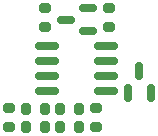
<source format=gbr>
%TF.GenerationSoftware,KiCad,Pcbnew,8.0.6*%
%TF.CreationDate,2025-02-02T00:30:53+01:00*%
%TF.ProjectId,universal_fan_ctrl,756e6976-6572-4736-916c-5f66616e5f63,rev?*%
%TF.SameCoordinates,Original*%
%TF.FileFunction,Paste,Top*%
%TF.FilePolarity,Positive*%
%FSLAX46Y46*%
G04 Gerber Fmt 4.6, Leading zero omitted, Abs format (unit mm)*
G04 Created by KiCad (PCBNEW 8.0.6) date 2025-02-02 00:30:53*
%MOMM*%
%LPD*%
G01*
G04 APERTURE LIST*
G04 Aperture macros list*
%AMRoundRect*
0 Rectangle with rounded corners*
0 $1 Rounding radius*
0 $2 $3 $4 $5 $6 $7 $8 $9 X,Y pos of 4 corners*
0 Add a 4 corners polygon primitive as box body*
4,1,4,$2,$3,$4,$5,$6,$7,$8,$9,$2,$3,0*
0 Add four circle primitives for the rounded corners*
1,1,$1+$1,$2,$3*
1,1,$1+$1,$4,$5*
1,1,$1+$1,$6,$7*
1,1,$1+$1,$8,$9*
0 Add four rect primitives between the rounded corners*
20,1,$1+$1,$2,$3,$4,$5,0*
20,1,$1+$1,$4,$5,$6,$7,0*
20,1,$1+$1,$6,$7,$8,$9,0*
20,1,$1+$1,$8,$9,$2,$3,0*%
G04 Aperture macros list end*
%ADD10RoundRect,0.150000X0.587500X0.150000X-0.587500X0.150000X-0.587500X-0.150000X0.587500X-0.150000X0*%
%ADD11RoundRect,0.200000X-0.275000X0.200000X-0.275000X-0.200000X0.275000X-0.200000X0.275000X0.200000X0*%
%ADD12RoundRect,0.150000X0.150000X-0.587500X0.150000X0.587500X-0.150000X0.587500X-0.150000X-0.587500X0*%
%ADD13RoundRect,0.200000X0.200000X0.275000X-0.200000X0.275000X-0.200000X-0.275000X0.200000X-0.275000X0*%
%ADD14RoundRect,0.200000X-0.200000X-0.275000X0.200000X-0.275000X0.200000X0.275000X-0.200000X0.275000X0*%
%ADD15RoundRect,0.200000X0.275000X-0.200000X0.275000X0.200000X-0.275000X0.200000X-0.275000X-0.200000X0*%
%ADD16RoundRect,0.150000X0.825000X0.150000X-0.825000X0.150000X-0.825000X-0.150000X0.825000X-0.150000X0*%
G04 APERTURE END LIST*
D10*
%TO.C,U1*%
X147537500Y-67750000D03*
X147537500Y-65850000D03*
X145662499Y-66800000D03*
%TD*%
D11*
%TO.C,C1*%
X143900000Y-65775000D03*
X143900000Y-67425000D03*
%TD*%
D12*
%TO.C,Q1*%
X150950000Y-73037500D03*
X152850000Y-73037500D03*
X151900000Y-71162499D03*
%TD*%
D11*
%TO.C,R1*%
X140900001Y-74275000D03*
X140900001Y-75925000D03*
%TD*%
%TO.C,R5*%
X148200000Y-74275000D03*
X148200000Y-75925000D03*
%TD*%
D13*
%TO.C,Rtr1*%
X143925000Y-75900000D03*
X142275000Y-75900000D03*
%TD*%
D14*
%TO.C,R4*%
X142275000Y-74400000D03*
X143925000Y-74400000D03*
%TD*%
D13*
%TO.C,R3*%
X146825000Y-74400000D03*
X145175000Y-74400000D03*
%TD*%
D14*
%TO.C,Rmt1*%
X145175000Y-75900000D03*
X146825000Y-75900000D03*
%TD*%
D15*
%TO.C,C2*%
X149300000Y-67425000D03*
X149300000Y-65775000D03*
%TD*%
D16*
%TO.C,U2*%
X149075000Y-72805000D03*
X149075000Y-71535000D03*
X149075000Y-70265000D03*
X149075000Y-68995000D03*
X144125000Y-68995000D03*
X144125000Y-70265000D03*
X144125000Y-71535000D03*
X144125000Y-72805000D03*
%TD*%
M02*

</source>
